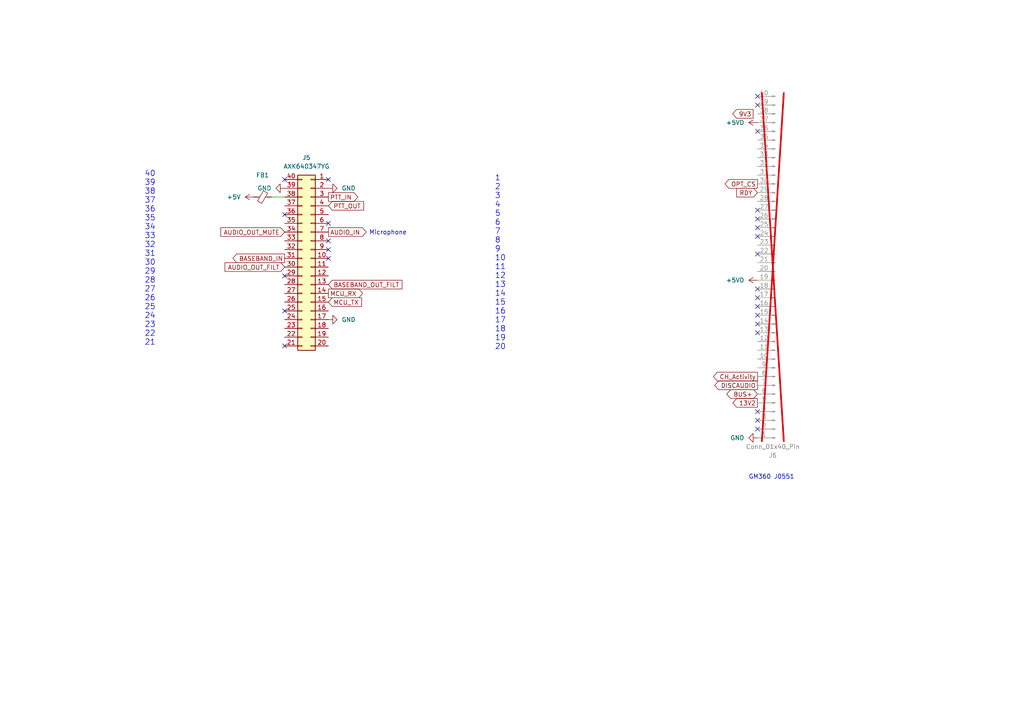
<source format=kicad_sch>
(kicad_sch (version 20231120) (generator "eeschema") (generator_version "8.0")
  (paper "A4")
  (title_block (title "Micro17 - OpenRTX on a Module") (date "05.12.2023") (rev "A") (company "Wojciech Kaczmarski SP5WWP et al.") (comment 1 "M17 Project, OpenRTX"))
  (lib_symbols
    (symbol "Connector:Conn_01x40_Pin" (pin_names (offset 1.016) hide)
      (property "Reference" "J" (at 0 50.8 0))
      (property "Value" "Conn_01x40_Pin" (at 0 -53.34 0))
      (symbol "Conn_01x40_Pin_1_1"
        (polyline (pts (xy 1.27 -50.8) (xy 0.8636 -50.8)) (stroke (width 0.1524)))
        (polyline (pts (xy 1.27 -48.26) (xy 0.8636 -48.26)) (stroke (width 0.1524)))
        (polyline (pts (xy 1.27 -45.72) (xy 0.8636 -45.72)) (stroke (width 0.1524)))
        (polyline (pts (xy 1.27 -43.18) (xy 0.8636 -43.18)) (stroke (width 0.1524)))
        (polyline (pts (xy 1.27 -40.64) (xy 0.8636 -40.64)) (stroke (width 0.1524)))
        (polyline (pts (xy 1.27 -38.1) (xy 0.8636 -38.1)) (stroke (width 0.1524)))
        (polyline (pts (xy 1.27 -35.56) (xy 0.8636 -35.56)) (stroke (width 0.1524)))
        (polyline (pts (xy 1.27 -33.02) (xy 0.8636 -33.02)) (stroke (width 0.1524)))
        (polyline (pts (xy 1.27 -30.48) (xy 0.8636 -30.48)) (stroke (width 0.1524)))
        (polyline (pts (xy 1.27 -27.94) (xy 0.8636 -27.94)) (stroke (width 0.1524)))
        (polyline (pts (xy 1.27 -25.4) (xy 0.8636 -25.4)) (stroke (width 0.1524)))
        (polyline (pts (xy 1.27 -22.86) (xy 0.8636 -22.86)) (stroke (width 0.1524)))
        (polyline (pts (xy 1.27 -20.32) (xy 0.8636 -20.32)) (stroke (width 0.1524)))
        (polyline (pts (xy 1.27 -17.78) (xy 0.8636 -17.78)) (stroke (width 0.1524)))
        (polyline (pts (xy 1.27 -15.24) (xy 0.8636 -15.24)) (stroke (width 0.1524)))
        (polyline (pts (xy 1.27 -12.7) (xy 0.8636 -12.7)) (stroke (width 0.1524)))
        (polyline (pts (xy 1.27 -10.16) (xy 0.8636 -10.16)) (stroke (width 0.1524)))
        (polyline (pts (xy 1.27 -7.62) (xy 0.8636 -7.62)) (stroke (width 0.1524)))
        (polyline (pts (xy 1.27 -5.08) (xy 0.8636 -5.08)) (stroke (width 0.1524)))
        (polyline (pts (xy 1.27 -2.54) (xy 0.8636 -2.54)) (stroke (width 0.1524)))
        (polyline (pts (xy 1.27 0) (xy 0.8636 0)) (stroke (width 0.1524)))
        (polyline (pts (xy 1.27 2.54) (xy 0.8636 2.54)) (stroke (width 0.1524)))
        (polyline (pts (xy 1.27 5.08) (xy 0.8636 5.08)) (stroke (width 0.1524)))
        (polyline (pts (xy 1.27 7.62) (xy 0.8636 7.62)) (stroke (width 0.1524)))
        (polyline (pts (xy 1.27 10.16) (xy 0.8636 10.16)) (stroke (width 0.1524)))
        (polyline (pts (xy 1.27 12.7) (xy 0.8636 12.7)) (stroke (width 0.1524)))
        (polyline (pts (xy 1.27 15.24) (xy 0.8636 15.24)) (stroke (width 0.1524)))
        (polyline (pts (xy 1.27 17.78) (xy 0.8636 17.78)) (stroke (width 0.1524)))
        (polyline (pts (xy 1.27 20.32) (xy 0.8636 20.32)) (stroke (width 0.1524)))
        (polyline (pts (xy 1.27 22.86) (xy 0.8636 22.86)) (stroke (width 0.1524)))
        (polyline (pts (xy 1.27 25.4) (xy 0.8636 25.4)) (stroke (width 0.1524)))
        (polyline (pts (xy 1.27 27.94) (xy 0.8636 27.94)) (stroke (width 0.1524)))
        (polyline (pts (xy 1.27 30.48) (xy 0.8636 30.48)) (stroke (width 0.1524)))
        (polyline (pts (xy 1.27 33.02) (xy 0.8636 33.02)) (stroke (width 0.1524)))
        (polyline (pts (xy 1.27 35.56) (xy 0.8636 35.56)) (stroke (width 0.1524)))
        (polyline (pts (xy 1.27 38.1) (xy 0.8636 38.1)) (stroke (width 0.1524)))
        (polyline (pts (xy 1.27 40.64) (xy 0.8636 40.64)) (stroke (width 0.1524)))
        (polyline (pts (xy 1.27 43.18) (xy 0.8636 43.18)) (stroke (width 0.1524)))
        (polyline (pts (xy 1.27 45.72) (xy 0.8636 45.72)) (stroke (width 0.1524)))
        (polyline (pts (xy 1.27 48.26) (xy 0.8636 48.26)) (stroke (width 0.1524)))
        (rectangle (start 0.8636 -50.673) (end 0 -50.927) (stroke (width 0.1524)) (fill (type outline)))
        (rectangle (start 0.8636 -48.133) (end 0 -48.387) (stroke (width 0.1524)) (fill (type outline)))
        (rectangle (start 0.8636 -45.593) (end 0 -45.847) (stroke (width 0.1524)) (fill (type outline)))
        (rectangle (start 0.8636 -43.053) (end 0 -43.307) (stroke (width 0.1524)) (fill (type outline)))
        (rectangle (start 0.8636 -40.513) (end 0 -40.767) (stroke (width 0.1524)) (fill (type outline)))
        (rectangle (start 0.8636 -37.973) (end 0 -38.227) (stroke (width 0.1524)) (fill (type outline)))
        (rectangle (start 0.8636 -35.433) (end 0 -35.687) (stroke (width 0.1524)) (fill (type outline)))
        (rectangle (start 0.8636 -32.893) (end 0 -33.147) (stroke (width 0.1524)) (fill (type outline)))
        (rectangle (start 0.8636 -30.353) (end 0 -30.607) (stroke (width 0.1524)) (fill (type outline)))
        (rectangle (start 0.8636 -27.813) (end 0 -28.067) (stroke (width 0.1524)) (fill (type outline)))
        (rectangle (start 0.8636 -25.273) (end 0 -25.527) (stroke (width 0.1524)) (fill (type outline)))
        (rectangle (start 0.8636 -22.733) (end 0 -22.987) (stroke (width 0.1524)) (fill (type outline)))
        (rectangle (start 0.8636 -20.193) (end 0 -20.447) (stroke (width 0.1524)) (fill (type outline)))
        (rectangle (start 0.8636 -17.653) (end 0 -17.907) (stroke (width 0.1524)) (fill (type outline)))
        (rectangle (start 0.8636 -15.113) (end 0 -15.367) (stroke (width 0.1524)) (fill (type outline)))
        (rectangle (start 0.8636 -12.573) (end 0 -12.827) (stroke (width 0.1524)) (fill (type outline)))
        (rectangle (start 0.8636 -10.033) (end 0 -10.287) (stroke (width 0.1524)) (fill (type outline)))
        (rectangle (start 0.8636 -7.493) (end 0 -7.747) (stroke (width 0.1524)) (fill (type outline)))
        (rectangle (start 0.8636 -4.953) (end 0 -5.207) (stroke (width 0.1524)) (fill (type outline)))
        (rectangle (start 0.8636 -2.413) (end 0 -2.667) (stroke (width 0.1524)) (fill (type outline)))
        (rectangle (start 0.8636 0.127) (end 0 -0.127) (stroke (width 0.1524)) (fill (type outline)))
        (rectangle (start 0.8636 2.667) (end 0 2.413) (stroke (width 0.1524)) (fill (type outline)))
        (rectangle (start 0.8636 5.207) (end 0 4.953) (stroke (width 0.1524)) (fill (type outline)))
        (rectangle (start 0.8636 7.747) (end 0 7.493) (stroke (width 0.1524)) (fill (type outline)))
        (rectangle (start 0.8636 10.287) (end 0 10.033) (stroke (width 0.1524)) (fill (type outline)))
        (rectangle (start 0.8636 12.827) (end 0 12.573) (stroke (width 0.1524)) (fill (type outline)))
        (rectangle (start 0.8636 15.367) (end 0 15.113) (stroke (width 0.1524)) (fill (type outline)))
        (rectangle (start 0.8636 17.907) (end 0 17.653) (stroke (width 0.1524)) (fill (type outline)))
        (rectangle (start 0.8636 20.447) (end 0 20.193) (stroke (width 0.1524)) (fill (type outline)))
        (rectangle (start 0.8636 22.987) (end 0 22.733) (stroke (width 0.1524)) (fill (type outline)))
        (rectangle (start 0.8636 25.527) (end 0 25.273) (stroke (width 0.1524)) (fill (type outline)))
        (rectangle (start 0.8636 28.067) (end 0 27.813) (stroke (width 0.1524)) (fill (type outline)))
        (rectangle (start 0.8636 30.607) (end 0 30.353) (stroke (width 0.1524)) (fill (type outline)))
        (rectangle (start 0.8636 33.147) (end 0 32.893) (stroke (width 0.1524)) (fill (type outline)))
        (rectangle (start 0.8636 35.687) (end 0 35.433) (stroke (width 0.1524)) (fill (type outline)))
        (rectangle (start 0.8636 38.227) (end 0 37.973) (stroke (width 0.1524)) (fill (type outline)))
        (rectangle (start 0.8636 40.767) (end 0 40.513) (stroke (width 0.1524)) (fill (type outline)))
        (rectangle (start 0.8636 43.307) (end 0 43.053) (stroke (width 0.1524)) (fill (type outline)))
        (rectangle (start 0.8636 45.847) (end 0 45.593) (stroke (width 0.1524)) (fill (type outline)))
        (rectangle (start 0.8636 48.387) (end 0 48.133) (stroke (width 0.1524)) (fill (type outline)))
        (pin passive line (at 5.08 48.26 180) (length 3.81) (name "Pin_1") (number "1"))
        (pin passive line (at 5.08 25.4 180) (length 3.81) (name "Pin_10") (number "10"))
        (pin passive line (at 5.08 22.86 180) (length 3.81) (name "Pin_11") (number "11"))
        (pin passive line (at 5.08 20.32 180) (length 3.81) (name "Pin_12") (number "12"))
        (pin passive line (at 5.08 17.78 180) (length 3.81) (name "Pin_13") (number "13"))
        (pin passive line (at 5.08 15.24 180) (length 3.81) (name "Pin_14") (number "14"))
        (pin passive line (at 5.08 12.7 180) (length 3.81) (name "Pin_15") (number "15"))
        (pin passive line (at 5.08 10.16 180) (length 3.81) (name "Pin_16") (number "16"))
        (pin passive line (at 5.08 7.62 180) (length 3.81) (name "Pin_17") (number "17"))
        (pin passive line (at 5.08 5.08 180) (length 3.81) (name "Pin_18") (number "18"))
        (pin passive line (at 5.08 2.54 180) (length 3.81) (name "Pin_19") (number "19"))
        (pin passive line (at 5.08 45.72 180) (length 3.81) (name "Pin_2") (number "2"))
        (pin passive line (at 5.08 0 180) (length 3.81) (name "Pin_20") (number "20"))
        (pin passive line (at 5.08 -2.54 180) (length 3.81) (name "Pin_21") (number "21"))
        (pin passive line (at 5.08 -5.08 180) (length 3.81) (name "Pin_22") (number "22"))
        (pin passive line (at 5.08 -7.62 180) (length 3.81) (name "Pin_23") (number "23"))
        (pin passive line (at 5.08 -10.16 180) (length 3.81) (name "Pin_24") (number "24"))
        (pin passive line (at 5.08 -12.7 180) (length 3.81) (name "Pin_25") (number "25"))
        (pin passive line (at 5.08 -15.24 180) (length 3.81) (name "Pin_26") (number "26"))
        (pin passive line (at 5.08 -17.78 180) (length 3.81) (name "Pin_27") (number "27"))
        (pin passive line (at 5.08 -20.32 180) (length 3.81) (name "Pin_28") (number "28"))
        (pin passive line (at 5.08 -22.86 180) (length 3.81) (name "Pin_29") (number "29"))
        (pin passive line (at 5.08 43.18 180) (length 3.81) (name "Pin_3") (number "3"))
        (pin passive line (at 5.08 -25.4 180) (length 3.81) (name "Pin_30") (number "30"))
        (pin passive line (at 5.08 -27.94 180) (length 3.81) (name "Pin_31") (number "31"))
        (pin passive line (at 5.08 -30.48 180) (length 3.81) (name "Pin_32") (number "32"))
        (pin passive line (at 5.08 -33.02 180) (length 3.81) (name "Pin_33") (number "33"))
        (pin passive line (at 5.08 -35.56 180) (length 3.81) (name "Pin_34") (number "34"))
        (pin passive line (at 5.08 -38.1 180) (length 3.81) (name "Pin_35") (number "35"))
        (pin passive line (at 5.08 -40.64 180) (length 3.81) (name "Pin_36") (number "36"))
        (pin passive line (at 5.08 -43.18 180) (length 3.81) (name "Pin_37") (number "37"))
        (pin passive line (at 5.08 -45.72 180) (length 3.81) (name "Pin_38") (number "38"))
        (pin passive line (at 5.08 -48.26 180) (length 3.81) (name "Pin_39") (number "39"))
        (pin passive line (at 5.08 40.64 180) (length 3.81) (name "Pin_4") (number "4"))
        (pin passive line (at 5.08 -50.8 180) (length 3.81) (name "Pin_40") (number "40"))
        (pin passive line (at 5.08 38.1 180) (length 3.81) (name "Pin_5") (number "5"))
        (pin passive line (at 5.08 35.56 180) (length 3.81) (name "Pin_6") (number "6"))
        (pin passive line (at 5.08 33.02 180) (length 3.81) (name "Pin_7") (number "7"))
        (pin passive line (at 5.08 30.48 180) (length 3.81) (name "Pin_8") (number "8"))
        (pin passive line (at 5.08 27.94 180) (length 3.81) (name "Pin_9") (number "9"))
      )
    )
    (symbol "Connector_Generic:Conn_02x20_Counter_Clockwise" (pin_names (offset 1.016) hide)
      (property "Reference" "J" (at 1.27 25.4 0))
      (property "Value" "Conn_02x20_Counter_Clockwise" (at 1.27 -27.94 0))
      (symbol "Conn_02x20_Counter_Clockwise_1_1"
        (rectangle (start -1.27 -25.273) (end 0 -25.527) (stroke (width 0.1524)))
        (rectangle (start -1.27 -22.733) (end 0 -22.987) (stroke (width 0.1524)))
        (rectangle (start -1.27 -20.193) (end 0 -20.447) (stroke (width 0.1524)))
        (rectangle (start -1.27 -17.653) (end 0 -17.907) (stroke (width 0.1524)))
        (rectangle (start -1.27 -15.113) (end 0 -15.367) (stroke (width 0.1524)))
        (rectangle (start -1.27 -12.573) (end 0 -12.827) (stroke (width 0.1524)))
        (rectangle (start -1.27 -10.033) (end 0 -10.287) (stroke (width 0.1524)))
        (rectangle (start -1.27 -7.493) (end 0 -7.747) (stroke (width 0.1524)))
        (rectangle (start -1.27 -4.953) (end 0 -5.207) (stroke (width 0.1524)))
        (rectangle (start -1.27 -2.413) (end 0 -2.667) (stroke (width 0.1524)))
        (rectangle (start -1.27 0.127) (end 0 -0.127) (stroke (width 0.1524)))
        (rectangle (start -1.27 2.667) (end 0 2.413) (stroke (width 0.1524)))
        (rectangle (start -1.27 5.207) (end 0 4.953) (stroke (width 0.1524)))
        (rectangle (start -1.27 7.747) (end 0 7.493) (stroke (width 0.1524)))
        (rectangle (start -1.27 10.287) (end 0 10.033) (stroke (width 0.1524)))
        (rectangle (start -1.27 12.827) (end 0 12.573) (stroke (width 0.1524)))
        (rectangle (start -1.27 15.367) (end 0 15.113) (stroke (width 0.1524)))
        (rectangle (start -1.27 17.907) (end 0 17.653) (stroke (width 0.1524)))
        (rectangle (start -1.27 20.447) (end 0 20.193) (stroke (width 0.1524)))
        (rectangle (start -1.27 22.987) (end 0 22.733) (stroke (width 0.1524)))
        (rectangle (start -1.27 24.13) (end 3.81 -26.67) (stroke (width 0.254)) (fill (type background)))
        (rectangle (start 3.81 -25.273) (end 2.54 -25.527) (stroke (width 0.1524)))
        (rectangle (start 3.81 -22.733) (end 2.54 -22.987) (stroke (width 0.1524)))
        (rectangle (start 3.81 -20.193) (end 2.54 -20.447) (stroke (width 0.1524)))
        (rectangle (start 3.81 -17.653) (end 2.54 -17.907) (stroke (width 0.1524)))
        (rectangle (start 3.81 -15.113) (end 2.54 -15.367) (stroke (width 0.1524)))
        (rectangle (start 3.81 -12.573) (end 2.54 -12.827) (stroke (width 0.1524)))
        (rectangle (start 3.81 -10.033) (end 2.54 -10.287) (stroke (width 0.1524)))
        (rectangle (start 3.81 -7.493) (end 2.54 -7.747) (stroke (width 0.1524)))
        (rectangle (start 3.81 -4.953) (end 2.54 -5.207) (stroke (width 0.1524)))
        (rectangle (start 3.81 -2.413) (end 2.54 -2.667) (stroke (width 0.1524)))
        (rectangle (start 3.81 0.127) (end 2.54 -0.127) (stroke (width 0.1524)))
        (rectangle (start 3.81 2.667) (end 2.54 2.413) (stroke (width 0.1524)))
        (rectangle (start 3.81 5.207) (end 2.54 4.953) (stroke (width 0.1524)))
        (rectangle (start 3.81 7.747) (end 2.54 7.493) (stroke (width 0.1524)))
        (rectangle (start 3.81 10.287) (end 2.54 10.033) (stroke (width 0.1524)))
        (rectangle (start 3.81 12.827) (end 2.54 12.573) (stroke (width 0.1524)))
        (rectangle (start 3.81 15.367) (end 2.54 15.113) (stroke (width 0.1524)))
        (rectangle (start 3.81 17.907) (end 2.54 17.653) (stroke (width 0.1524)))
        (rectangle (start 3.81 20.447) (end 2.54 20.193) (stroke (width 0.1524)))
        (rectangle (start 3.81 22.987) (end 2.54 22.733) (stroke (width 0.1524)))
        (pin passive line (at -5.08 22.86 0) (length 3.81) (name "Pin_1") (number "1"))
        (pin passive line (at -5.08 0 0) (length 3.81) (name "Pin_10") (number "10"))
        (pin passive line (at -5.08 -2.54 0) (length 3.81) (name "Pin_11") (number "11"))
        (pin passive line (at -5.08 -5.08 0) (length 3.81) (name "Pin_12") (number "12"))
        (pin passive line (at -5.08 -7.62 0) (length 3.81) (name "Pin_13") (number "13"))
        (pin passive line (at -5.08 -10.16 0) (length 3.81) (name "Pin_14") (number "14"))
        (pin passive line (at -5.08 -12.7 0) (length 3.81) (name "Pin_15") (number "15"))
        (pin passive line (at -5.08 -15.24 0) (length 3.81) (name "Pin_16") (number "16"))
        (pin passive line (at -5.08 -17.78 0) (length 3.81) (name "Pin_17") (number "17"))
        (pin passive line (at -5.08 -20.32 0) (length 3.81) (name "Pin_18") (number "18"))
        (pin passive line (at -5.08 -22.86 0) (length 3.81) (name "Pin_19") (number "19"))
        (pin passive line (at -5.08 20.32 0) (length 3.81) (name "Pin_2") (number "2"))
        (pin passive line (at -5.08 -25.4 0) (length 3.81) (name "Pin_20") (number "20"))
        (pin passive line (at 7.62 -25.4 180) (length 3.81) (name "Pin_21") (number "21"))
        (pin passive line (at 7.62 -22.86 180) (length 3.81) (name "Pin_22") (number "22"))
        (pin passive line (at 7.62 -20.32 180) (length 3.81) (name "Pin_23") (number "23"))
        (pin passive line (at 7.62 -17.78 180) (length 3.81) (name "Pin_24") (number "24"))
        (pin passive line (at 7.62 -15.24 180) (length 3.81) (name "Pin_25") (number "25"))
        (pin passive line (at 7.62 -12.7 180) (length 3.81) (name "Pin_26") (number "26"))
        (pin passive line (at 7.62 -10.16 180) (length 3.81) (name "Pin_27") (number "27"))
        (pin passive line (at 7.62 -7.62 180) (length 3.81) (name "Pin_28") (number "28"))
        (pin passive line (at 7.62 -5.08 180) (length 3.81) (name "Pin_29") (number "29"))
        (pin passive line (at -5.08 17.78 0) (length 3.81) (name "Pin_3") (number "3"))
        (pin passive line (at 7.62 -2.54 180) (length 3.81) (name "Pin_30") (number "30"))
        (pin passive line (at 7.62 0 180) (length 3.81) (name "Pin_31") (number "31"))
        (pin passive line (at 7.62 2.54 180) (length 3.81) (name "Pin_32") (number "32"))
        (pin passive line (at 7.62 5.08 180) (length 3.81) (name "Pin_33") (number "33"))
        (pin passive line (at 7.62 7.62 180) (length 3.81) (name "Pin_34") (number "34"))
        (pin passive line (at 7.62 10.16 180) (length 3.81) (name "Pin_35") (number "35"))
        (pin passive line (at 7.62 12.7 180) (length 3.81) (name "Pin_36") (number "36"))
        (pin passive line (at 7.62 15.24 180) (length 3.81) (name "Pin_37") (number "37"))
        (pin passive line (at 7.62 17.78 180) (length 3.81) (name "Pin_38") (number "38"))
        (pin passive line (at 7.62 20.32 180) (length 3.81) (name "Pin_39") (number "39"))
        (pin passive line (at -5.08 15.24 0) (length 3.81) (name "Pin_4") (number "4"))
        (pin passive line (at 7.62 22.86 180) (length 3.81) (name "Pin_40") (number "40"))
        (pin passive line (at -5.08 12.7 0) (length 3.81) (name "Pin_5") (number "5"))
        (pin passive line (at -5.08 10.16 0) (length 3.81) (name "Pin_6") (number "6"))
        (pin passive line (at -5.08 7.62 0) (length 3.81) (name "Pin_7") (number "7"))
        (pin passive line (at -5.08 5.08 0) (length 3.81) (name "Pin_8") (number "8"))
        (pin passive line (at -5.08 2.54 0) (length 3.81) (name "Pin_9") (number "9"))
      )
    )
    (symbol "Device:FerriteBead_Small" (pin_numbers hide) (pin_names (offset 0))
      (property "Reference" "FB" (at 1.905 1.27 0))
      (property "Value" "FerriteBead_Small" (at 1.905 -1.27 0))
      (symbol "FerriteBead_Small_0_1"
        (polyline (pts (xy 0 -1.27) (xy 0 -0.7874)))
        (polyline (pts (xy 0 0.889) (xy 0 1.2954)))
        (polyline (pts (xy -1.8288 0.2794) (xy -1.1176 1.4986) (xy 1.8288 -0.2032) (xy 1.1176 -1.4224) (xy -1.8288 0.2794)))
      )
      (symbol "FerriteBead_Small_1_1"
        (pin passive line (at 0 2.54 270) (length 1.27) (name "~") (number "1"))
        (pin passive line (at 0 -2.54 90) (length 1.27) (name "~") (number "2"))
      )
    )
    (symbol "GND_1" (power) (pin_numbers hide) (pin_names (offset 0) hide)
      (property "Value" "GND" (at 0 -3.81 0))
      (symbol "GND_1_0_1"
        (polyline (pts (xy 0 0) (xy 0 -1.27) (xy 1.27 -1.27) (xy 0 -2.54) (xy -1.27 -1.27) (xy 0 -1.27)))
      )
      (symbol "GND_1_1_1"
        (pin power_in line (at 0 0 270) (length 0) (name "~") (number "1"))
      )
    )
    (symbol "power:+5V" (power) (pin_numbers hide) (pin_names (offset 0) hide)
      (property "Value" "+5V" (at 0 3.556 0))
      (symbol "+5V_0_1"
        (polyline (pts (xy -0.762 1.27) (xy 0 2.54)))
        (polyline (pts (xy 0 0) (xy 0 2.54)))
        (polyline (pts (xy 0 2.54) (xy 0.762 1.27)))
      )
      (symbol "+5V_1_1"
        (pin power_in line (at 0 0 90) (length 0) (name "~") (number "1"))
      )
    )
    (symbol "power:+5VD" (power) (pin_numbers hide) (pin_names (offset 0) hide)
      (property "Value" "+5VD" (at 0 3.556 0))
      (symbol "+5VD_0_1"
        (polyline (pts (xy -0.762 1.27) (xy 0 2.54)))
        (polyline (pts (xy 0 0) (xy 0 2.54)))
        (polyline (pts (xy 0 2.54) (xy 0.762 1.27)))
      )
      (symbol "+5VD_1_1"
        (pin power_in line (at 0 0 90) (length 0) (name "~") (number "1"))
      )
    )
  )
  (no_connect (at 219.71 63.5))
  (no_connect (at 95.25 72.39))
  (no_connect (at 219.71 68.58))
  (no_connect (at 219.71 60.96))
  (no_connect (at 219.71 93.98))
  (no_connect (at 82.55 52.07))
  (no_connect (at 219.71 96.52))
  (no_connect (at 219.71 124.46))
  (no_connect (at 82.55 62.23))
  (no_connect (at 95.25 64.77))
  (no_connect (at 219.71 73.66))
  (no_connect (at 219.71 121.92))
  (no_connect (at 219.71 30.48))
  (no_connect (at 219.71 86.36))
  (no_connect (at 82.55 80.01))
  (no_connect (at 219.71 88.9))
  (no_connect (at 219.71 66.04))
  (no_connect (at 95.25 69.85))
  (no_connect (at 219.71 91.44))
  (no_connect (at 82.55 100.33))
  (no_connect (at 95.25 52.07))
  (no_connect (at 95.25 74.93))
  (no_connect (at 219.71 27.94))
  (no_connect (at 219.71 38.1))
  (no_connect (at 82.55 90.17))
  (no_connect (at 219.71 83.82))
  (no_connect (at 219.71 119.38))
  (wire (pts (xy 78.74 57.15) (xy 82.55 57.15)))
  (text "GM360 J0551" (at 223.774 138.43 0) (effects (font (size 1.27 1.27))))
  (text "Microphone" (at 112.522 67.564 0) (effects (font (size 1.27 1.27))))
  (text "40\n39\n38\n37\n36\n35\n34\n33\n32\n31\n30\n29\n28\n27\n26\n25\n24\n23\n22\n21" (at 41.91 100.33 0) (effects (font (size 1.6 1.6)) (justify left bottom)))
  (text "1\n2\n3\n4\n5\n6\n7\n8\n9\n10\n11\n12\n13\n14\n15\n16\n17\n18\n19\n20" (at 143.51 101.6 0) (effects (font (size 1.6 1.6)) (justify left bottom)))
  (global_label "AUDIO_IN" (shape output) (at 95.25 67.31 0) (property "Intersheetrefs" "${INTERSHEET_REFS}" (effects (hide yes))))
  (global_label "MCU_RX" (shape output) (at 95.25 85.09 0) (property "Intersheetrefs" "${INTERSHEET_REFS}" (effects (hide yes))))
  (global_label "PTT_OUT" (shape input) (at 95.25 59.69 0) (property "Intersheetrefs" "${INTERSHEET_REFS}" (effects (hide yes))))
  (global_label "AUDIO_OUT_MUTE" (shape input) (at 82.55 67.31 180) (property "Intersheetrefs" "${INTERSHEET_REFS}" (effects (hide yes))))
  (global_label "DISCAUDIO" (shape output) (at 219.71 111.76 180) (property "Intersheetrefs" "${INTERSHEET_REFS}" (effects (hide yes))))
  (global_label "13V2" (shape output) (at 219.71 116.84 180) (property "Intersheetrefs" "${INTERSHEET_REFS}" (effects (hide yes))))
  (global_label "BUS+" (shape bidirectional) (at 219.71 114.3 180) (property "Intersheetrefs" "${INTERSHEET_REFS}" (effects (hide yes))))
  (global_label "CH_Activity" (shape output) (at 219.71 109.22 180) (property "Intersheetrefs" "${INTERSHEET_REFS}" (effects (hide yes))))
  (global_label "AUDIO_OUT_FILT" (shape input) (at 82.55 77.47 180) (property "Intersheetrefs" "${INTERSHEET_REFS}" (effects (hide yes))))
  (global_label "OPT_CS" (shape output) (at 219.71 53.34 180) (property "Intersheetrefs" "${INTERSHEET_REFS}" (effects (hide yes))))
  (global_label "PTT_IN" (shape output) (at 95.25 57.15 0) (property "Intersheetrefs" "${INTERSHEET_REFS}" (effects (hide yes))))
  (global_label "BASEBAND_IN" (shape output) (at 82.55 74.93 180) (property "Intersheetrefs" "${INTERSHEET_REFS}" (effects (hide yes))))
  (global_label "BASEBAND_OUT_FILT" (shape input) (at 95.25 82.55 0) (property "Intersheetrefs" "${INTERSHEET_REFS}" (effects (hide yes))))
  (global_label "MCU_TX" (shape input) (at 95.25 87.63 0) (property "Intersheetrefs" "${INTERSHEET_REFS}" (effects (hide yes))))
  (global_label "RDY" (shape input) (at 219.71 55.88 180) (property "Intersheetrefs" "${INTERSHEET_REFS}" (effects (hide yes))))
  (global_label "9V3" (shape output) (at 218.44 33.02 180) (property "Intersheetrefs" "${INTERSHEET_REFS}" (effects (hide yes))))
  (symbol (lib_id "power:+5V") (at 73.66 57.15 90) (unit 1)
    (property "Reference" "#PWR069" (effects (hide yes)))
    (property "Value" "+5V" (at 69.85 57.1499 90) (effects (justify left)))
    (property "Description" "Power symbol creates a global label with name \"+5V\"" (effects (hide yes)))
  )
  (symbol (lib_id "Connector_Generic:Conn_02x20_Counter_Clockwise") (at 90.17 74.93 0) (mirror y) (unit 1)
    (property "Reference" "J5" (at 88.9 45.72 0))
    (property "Value" "AXK640347YG" (at 88.9 48.26 0))
    (property "Footprint" "Micro17-ICOM_Board:AXK640347YG" (effects (hide yes)))
    (property "Datasheet" "https://componentsearchengine.com/Datasheets/1/AXK640347YG.pdf" (effects (hide yes)))
    (property "Description" "Generic connector, double row, 02x20, counter clockwise pin numbering scheme (similar to DIP package numbering), script generated (kicad-library-utils/schlib/autogen/connector/)" (effects (hide yes)))
  )
  (symbol (lib_id "power:+5VD") (at 219.71 81.28 90) (unit 1)
    (property "Reference" "#PWR064" (effects (hide yes)))
    (property "Value" "+5VD" (at 215.9 81.2799 90) (effects (justify left)))
    (property "Description" "Power symbol creates a global label with name \"+5VD\"" (effects (hide yes)))
  )
  (symbol (lib_name "GND_1") (lib_id "power:GND") (at 95.25 92.71 90) (unit 1)
    (property "Reference" "#PWR067" (effects (hide yes)))
    (property "Value" "GND" (at 99.06 92.7101 90) (effects (justify right)))
    (property "Description" "Power symbol creates a global label with name \"GND\" , ground" (effects (hide yes)))
  )
  (symbol (lib_name "GND_1") (lib_id "power:GND") (at 219.71 127 270) (unit 1)
    (property "Reference" "#PWR065" (effects (hide yes)))
    (property "Value" "GND" (at 215.9 126.9999 90) (effects (justify right)))
    (property "Description" "Power symbol creates a global label with name \"GND\" , ground" (effects (hide yes)))
  )
  (symbol (lib_id "power:+5VD") (at 219.71 35.56 90) (unit 1)
    (property "Reference" "#PWR063" (effects (hide yes)))
    (property "Value" "+5VD" (at 215.9 35.5599 90) (effects (justify left)))
    (property "Description" "Power symbol creates a global label with name \"+5VD\"" (effects (hide yes)))
  )
  (symbol (lib_id "Connector:Conn_01x40_Pin") (at 224.79 78.74 180) (unit 1) (exclude_from_sim yes) (in_bom no) (on_board no) (dnp yes)
    (property "Reference" "J6" (at 224.155 132.08 0))
    (property "Value" "Conn_01x40_Pin" (at 224.155 129.54 0))
    (property "Footprint" "Connector_FFC-FPC:Hirose_FH12-40S-0.5SH_1x40-1MP_P0.50mm_Horizontal" (effects (hide yes)))
    (property "Description" "Generic connector, single row, 01x40, script generated" (effects (hide yes)))
  )
  (symbol (lib_name "GND_1") (lib_id "power:GND") (at 82.55 54.61 270) (unit 1)
    (property "Reference" "#PWR068" (effects (hide yes)))
    (property "Value" "GND" (at 78.74 54.6099 90) (effects (justify right)))
    (property "Description" "Power symbol creates a global label with name \"GND\" , ground" (effects (hide yes)))
  )
  (symbol (lib_id "Device:FerriteBead_Small") (at 76.2 57.15 90) (unit 1)
    (property "Reference" "FB1" (at 76.1619 50.8 90))
    (property "Value" "FerriteBead_Small" (effects (hide yes)))
    (property "Footprint" "Capacitor_SMD:C_0603_1608Metric" (effects (hide yes)))
    (property "Description" "Ferrite bead, small symbol" (effects (hide yes)))
  )
  (symbol (lib_name "GND_1") (lib_id "power:GND") (at 95.25 54.61 90) (unit 1)
    (property "Reference" "#PWR066" (effects (hide yes)))
    (property "Value" "GND" (at 99.06 54.6101 90) (effects (justify right)))
    (property "Description" "Power symbol creates a global label with name \"GND\" , ground" (effects (hide yes)))
  )
)
</source>
